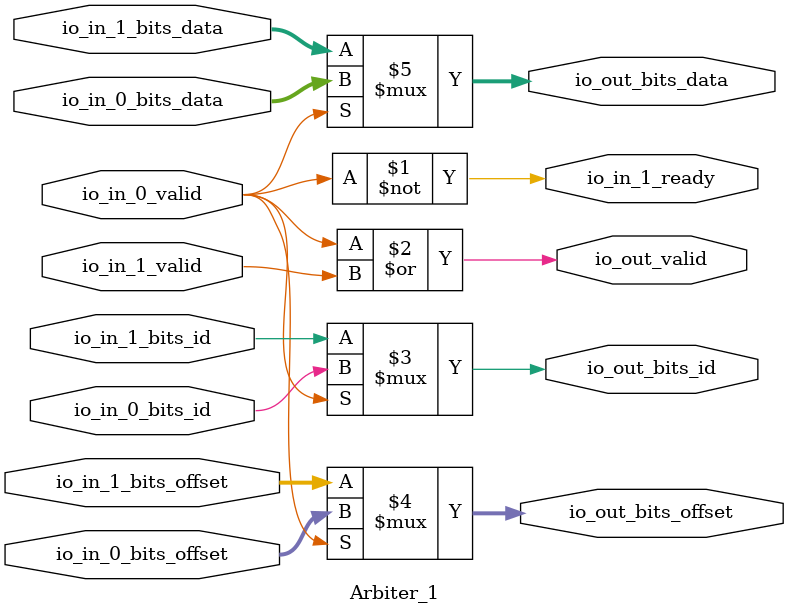
<source format=sv>
`ifndef RANDOMIZE
  `ifdef RANDOMIZE_REG_INIT
    `define RANDOMIZE
  `endif // RANDOMIZE_REG_INIT
`endif // not def RANDOMIZE
`ifndef RANDOMIZE
  `ifdef RANDOMIZE_MEM_INIT
    `define RANDOMIZE
  `endif // RANDOMIZE_MEM_INIT
`endif // not def RANDOMIZE

`ifndef RANDOM
  `define RANDOM $random
`endif // not def RANDOM

// Users can define 'PRINTF_COND' to add an extra gate to prints.
`ifndef PRINTF_COND_
  `ifdef PRINTF_COND
    `define PRINTF_COND_ (`PRINTF_COND)
  `else  // PRINTF_COND
    `define PRINTF_COND_ 1
  `endif // PRINTF_COND
`endif // not def PRINTF_COND_

// Users can define 'ASSERT_VERBOSE_COND' to add an extra gate to assert error printing.
`ifndef ASSERT_VERBOSE_COND_
  `ifdef ASSERT_VERBOSE_COND
    `define ASSERT_VERBOSE_COND_ (`ASSERT_VERBOSE_COND)
  `else  // ASSERT_VERBOSE_COND
    `define ASSERT_VERBOSE_COND_ 1
  `endif // ASSERT_VERBOSE_COND
`endif // not def ASSERT_VERBOSE_COND_

// Users can define 'STOP_COND' to add an extra gate to stop conditions.
`ifndef STOP_COND_
  `ifdef STOP_COND
    `define STOP_COND_ (`STOP_COND)
  `else  // STOP_COND
    `define STOP_COND_ 1
  `endif // STOP_COND
`endif // not def STOP_COND_

// Users can define INIT_RANDOM as general code that gets injected into the
// initializer block for modules with registers.
`ifndef INIT_RANDOM
  `define INIT_RANDOM
`endif // not def INIT_RANDOM

// If using random initialization, you can also define RANDOMIZE_DELAY to
// customize the delay used, otherwise 0.002 is used.
`ifndef RANDOMIZE_DELAY
  `define RANDOMIZE_DELAY 0.002
`endif // not def RANDOMIZE_DELAY

// Define INIT_RANDOM_PROLOG_ for use in our modules below.
`ifndef INIT_RANDOM_PROLOG_
  `ifdef RANDOMIZE
    `ifdef VERILATOR
      `define INIT_RANDOM_PROLOG_ `INIT_RANDOM
    `else  // VERILATOR
      `define INIT_RANDOM_PROLOG_ `INIT_RANDOM #`RANDOMIZE_DELAY begin end
    `endif // VERILATOR
  `else  // RANDOMIZE
    `define INIT_RANDOM_PROLOG_
  `endif // RANDOMIZE
`endif // not def INIT_RANDOM_PROLOG_

module Arbiter_1(
  input         io_in_0_valid,
                io_in_0_bits_id,
  input  [2:0]  io_in_0_bits_offset,
  input  [63:0] io_in_0_bits_data,
  input         io_in_1_valid,
                io_in_1_bits_id,
  input  [2:0]  io_in_1_bits_offset,
  input  [63:0] io_in_1_bits_data,
  output        io_in_1_ready,
                io_out_valid,
                io_out_bits_id,
  output [2:0]  io_out_bits_offset,
  output [63:0] io_out_bits_data
);

  assign io_in_1_ready = ~io_in_0_valid;	// @[Arbiter.scala:45:78]
  assign io_out_valid = io_in_0_valid | io_in_1_valid;	// @[Arbiter.scala:147:31]
  assign io_out_bits_id = io_in_0_valid ? io_in_0_bits_id : io_in_1_bits_id;	// @[Arbiter.scala:136:15, :138:26, :140:19]
  assign io_out_bits_offset = io_in_0_valid ? io_in_0_bits_offset : io_in_1_bits_offset;	// @[Arbiter.scala:136:15, :138:26, :140:19]
  assign io_out_bits_data = io_in_0_valid ? io_in_0_bits_data : io_in_1_bits_data;	// @[Arbiter.scala:136:15, :138:26, :140:19]
endmodule


</source>
